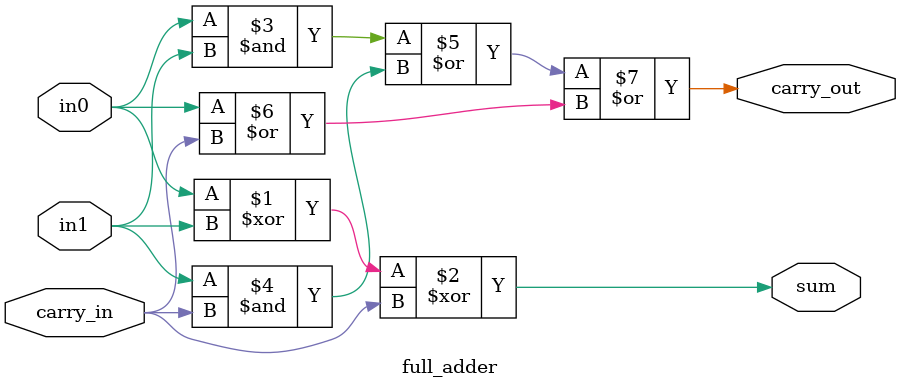
<source format=v>
module full_adder(
    input in0,
    input in1,
    input carry_in,
    output sum,
    output carry_out
);

assign sum=in0 ^ in1 ^ carry_in;
assign carry_out=(in0&in1)|(in1&carry_in)|(in0|carry_in);



endmodule
</source>
